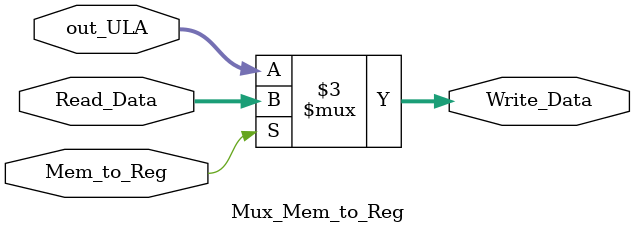
<source format=v>
module Mux_Mem_to_Reg (out_ULA, Read_Data, Mem_to_Reg, Write_Data);

input [31:0] out_ULA;
input [31:0] Read_Data;
input Mem_to_Reg;
output reg [31:0] Write_Data;

always @(*) begin
	if(Mem_to_Reg)
		begin
			Write_Data = Read_Data;
		end
	else
		begin
			Write_Data = out_ULA;
		end
end

endmodule

</source>
